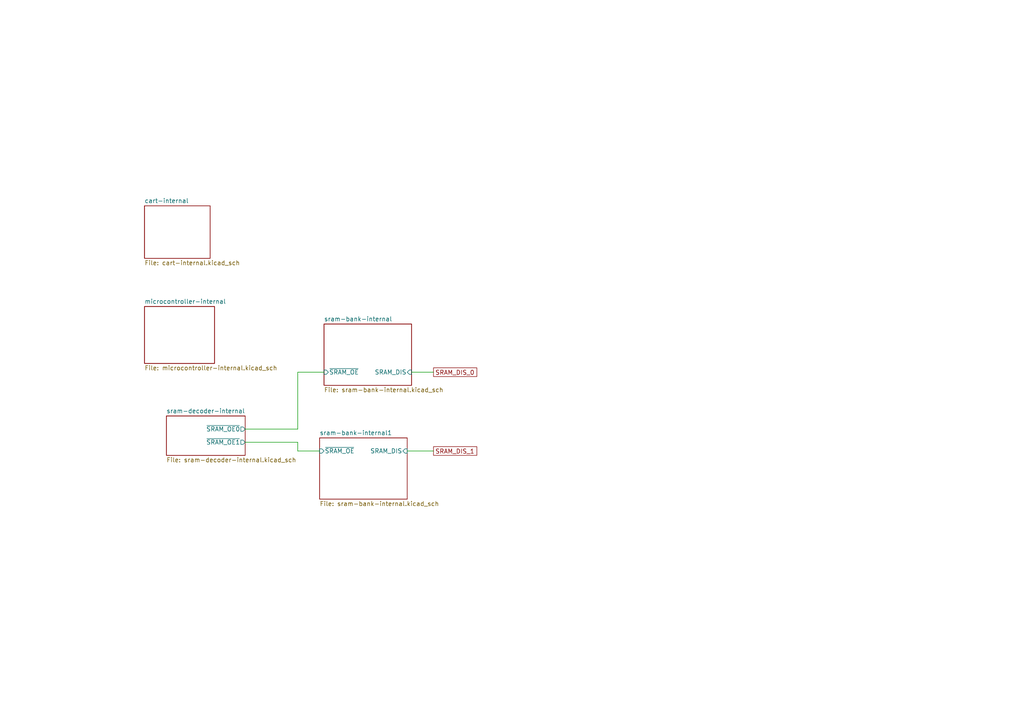
<source format=kicad_sch>
(kicad_sch
	(version 20250114)
	(generator "eeschema")
	(generator_version "9.0")
	(uuid "686046a3-64dc-4761-a4ce-3e2fd65204d5")
	(paper "A4")
	(title_block
		(title "Kinetoscope unified PCB")
	)
	(lib_symbols)
	(wire
		(pts
			(xy 92.71 130.81) (xy 86.36 130.81)
		)
		(stroke
			(width 0)
			(type default)
		)
		(uuid "050c146d-4665-4dae-a8e4-7f5edc567069")
	)
	(wire
		(pts
			(xy 71.12 124.46) (xy 86.36 124.46)
		)
		(stroke
			(width 0)
			(type default)
		)
		(uuid "1afd7c5d-127f-4c99-a32e-426b3e320ac8")
	)
	(wire
		(pts
			(xy 86.36 124.46) (xy 86.36 107.95)
		)
		(stroke
			(width 0)
			(type default)
		)
		(uuid "5c77f54d-417c-4ceb-87e5-5668e5260734")
	)
	(wire
		(pts
			(xy 86.36 130.81) (xy 86.36 128.27)
		)
		(stroke
			(width 0)
			(type default)
		)
		(uuid "7cd9de72-d61f-4db5-8ee1-67936489e66b")
	)
	(wire
		(pts
			(xy 86.36 128.27) (xy 71.12 128.27)
		)
		(stroke
			(width 0)
			(type default)
		)
		(uuid "a9a9f5da-8d20-41a2-a8e2-d0b8149933ff")
	)
	(wire
		(pts
			(xy 119.38 107.95) (xy 125.73 107.95)
		)
		(stroke
			(width 0)
			(type default)
		)
		(uuid "b3f6141c-fc0c-4da4-bf27-20ba4290224f")
	)
	(wire
		(pts
			(xy 118.11 130.81) (xy 125.73 130.81)
		)
		(stroke
			(width 0)
			(type default)
		)
		(uuid "dffe62d2-2583-457d-bdd9-c5990a7c4d77")
	)
	(wire
		(pts
			(xy 86.36 107.95) (xy 93.98 107.95)
		)
		(stroke
			(width 0)
			(type default)
		)
		(uuid "ff1f12e9-2fd4-4587-87ef-8953b1b204d1")
	)
	(global_label "SRAM_DIS_0"
		(shape passive)
		(at 125.73 107.95 0)
		(fields_autoplaced yes)
		(effects
			(font
				(size 1.27 1.27)
			)
			(justify left)
		)
		(uuid "8db347c6-574d-48d6-ab2f-d63abaa850c0")
		(property "Intersheetrefs" "${INTERSHEET_REFS}"
			(at 138.8524 107.95 0)
			(effects
				(font
					(size 1.27 1.27)
				)
				(justify left)
				(hide yes)
			)
		)
	)
	(global_label "SRAM_DIS_1"
		(shape passive)
		(at 125.73 130.81 0)
		(fields_autoplaced yes)
		(effects
			(font
				(size 1.27 1.27)
			)
			(justify left)
		)
		(uuid "9aaa03db-87da-4494-9374-d7d6e8479630")
		(property "Intersheetrefs" "${INTERSHEET_REFS}"
			(at 138.8524 130.81 0)
			(effects
				(font
					(size 1.27 1.27)
				)
				(justify left)
				(hide yes)
			)
		)
	)
	(sheet
		(at 93.98 93.98)
		(size 25.4 17.78)
		(exclude_from_sim no)
		(in_bom yes)
		(on_board yes)
		(dnp no)
		(fields_autoplaced yes)
		(stroke
			(width 0.1524)
			(type solid)
		)
		(fill
			(color 0 0 0 0.0000)
		)
		(uuid "1a626848-8147-4aad-b91b-a9b45fe719ed")
		(property "Sheetname" "sram-bank-internal"
			(at 93.98 93.2684 0)
			(effects
				(font
					(size 1.27 1.27)
				)
				(justify left bottom)
			)
		)
		(property "Sheetfile" "sram-bank-internal.kicad_sch"
			(at 93.98 112.3446 0)
			(effects
				(font
					(size 1.27 1.27)
				)
				(justify left top)
			)
		)
		(pin "SRAM_DIS" input
			(at 119.38 107.95 0)
			(uuid "77097d52-d18f-4a8c-bb0b-22978951526a")
			(effects
				(font
					(size 1.27 1.27)
				)
				(justify right)
			)
		)
		(pin "~{SRAM_OE}" input
			(at 93.98 107.95 180)
			(uuid "4c1b2192-8025-4c9e-82d4-bf36baa61d55")
			(effects
				(font
					(size 1.27 1.27)
				)
				(justify left)
			)
		)
		(instances
			(project "unified"
				(path "/686046a3-64dc-4761-a4ce-3e2fd65204d5"
					(page "9")
				)
			)
		)
	)
	(sheet
		(at 92.71 127)
		(size 25.4 17.78)
		(exclude_from_sim no)
		(in_bom yes)
		(on_board yes)
		(dnp no)
		(fields_autoplaced yes)
		(stroke
			(width 0.1524)
			(type solid)
		)
		(fill
			(color 0 0 0 0.0000)
		)
		(uuid "3e197955-3cb5-4695-aab7-f5b905115819")
		(property "Sheetname" "sram-bank-internal1"
			(at 92.71 126.2884 0)
			(effects
				(font
					(size 1.27 1.27)
				)
				(justify left bottom)
			)
		)
		(property "Sheetfile" "sram-bank-internal.kicad_sch"
			(at 92.71 145.3646 0)
			(effects
				(font
					(size 1.27 1.27)
				)
				(justify left top)
			)
		)
		(pin "SRAM_DIS" input
			(at 118.11 130.81 0)
			(uuid "f09329ae-fccb-4d30-adcd-f3ede7a8eeb2")
			(effects
				(font
					(size 1.27 1.27)
				)
				(justify right)
			)
		)
		(pin "~{SRAM_OE}" input
			(at 92.71 130.81 180)
			(uuid "0d10f684-c8ef-411a-aac0-2da52667d242")
			(effects
				(font
					(size 1.27 1.27)
				)
				(justify left)
			)
		)
		(instances
			(project "unified"
				(path "/686046a3-64dc-4761-a4ce-3e2fd65204d5"
					(page "15")
				)
			)
		)
	)
	(sheet
		(at 41.91 88.9)
		(size 20.32 16.51)
		(exclude_from_sim no)
		(in_bom yes)
		(on_board yes)
		(dnp no)
		(fields_autoplaced yes)
		(stroke
			(width 0.1524)
			(type solid)
		)
		(fill
			(color 0 0 0 0.0000)
		)
		(uuid "7e8ae288-5866-48d7-b597-b9928e48743f")
		(property "Sheetname" "microcontroller-internal"
			(at 41.91 88.1884 0)
			(effects
				(font
					(size 1.27 1.27)
				)
				(justify left bottom)
			)
		)
		(property "Sheetfile" "microcontroller-internal.kicad_sch"
			(at 41.91 105.9946 0)
			(effects
				(font
					(size 1.27 1.27)
				)
				(justify left top)
			)
		)
		(instances
			(project "unified"
				(path "/686046a3-64dc-4761-a4ce-3e2fd65204d5"
					(page "4")
				)
			)
		)
	)
	(sheet
		(at 48.26 120.65)
		(size 22.86 11.43)
		(exclude_from_sim no)
		(in_bom yes)
		(on_board yes)
		(dnp no)
		(fields_autoplaced yes)
		(stroke
			(width 0.1524)
			(type solid)
		)
		(fill
			(color 0 0 0 0.0000)
		)
		(uuid "b93d7535-fc79-4dbb-96b6-70684ccada1f")
		(property "Sheetname" "sram-decoder-internal"
			(at 48.26 119.9384 0)
			(effects
				(font
					(size 1.27 1.27)
				)
				(justify left bottom)
			)
		)
		(property "Sheetfile" "sram-decoder-internal.kicad_sch"
			(at 48.26 132.6646 0)
			(effects
				(font
					(size 1.27 1.27)
				)
				(justify left top)
			)
		)
		(pin "~{SRAM_OE0}" output
			(at 71.12 124.46 0)
			(uuid "b991fe63-4c18-4624-8d6f-983a025f05c6")
			(effects
				(font
					(size 1.27 1.27)
				)
				(justify right)
			)
		)
		(pin "~{SRAM_OE1}" output
			(at 71.12 128.27 0)
			(uuid "5d077bfc-a326-445e-9ea6-f1445c63c2eb")
			(effects
				(font
					(size 1.27 1.27)
				)
				(justify right)
			)
		)
		(instances
			(project "unified"
				(path "/686046a3-64dc-4761-a4ce-3e2fd65204d5"
					(page "21")
				)
			)
		)
	)
	(sheet
		(at 41.91 59.69)
		(size 19.05 15.24)
		(exclude_from_sim no)
		(in_bom yes)
		(on_board yes)
		(dnp no)
		(fields_autoplaced yes)
		(stroke
			(width 0.1524)
			(type solid)
		)
		(fill
			(color 0 0 0 0.0000)
		)
		(uuid "e9fa6217-2f64-413a-b493-80c4dcbbade7")
		(property "Sheetname" "cart-internal"
			(at 41.91 58.9784 0)
			(effects
				(font
					(size 1.27 1.27)
				)
				(justify left bottom)
			)
		)
		(property "Sheetfile" "cart-internal.kicad_sch"
			(at 41.91 75.5146 0)
			(effects
				(font
					(size 1.27 1.27)
				)
				(justify left top)
			)
		)
		(instances
			(project "unified"
				(path "/686046a3-64dc-4761-a4ce-3e2fd65204d5"
					(page "2")
				)
			)
		)
	)
	(sheet_instances
		(path "/"
			(page "1")
		)
	)
	(embedded_fonts no)
)

</source>
